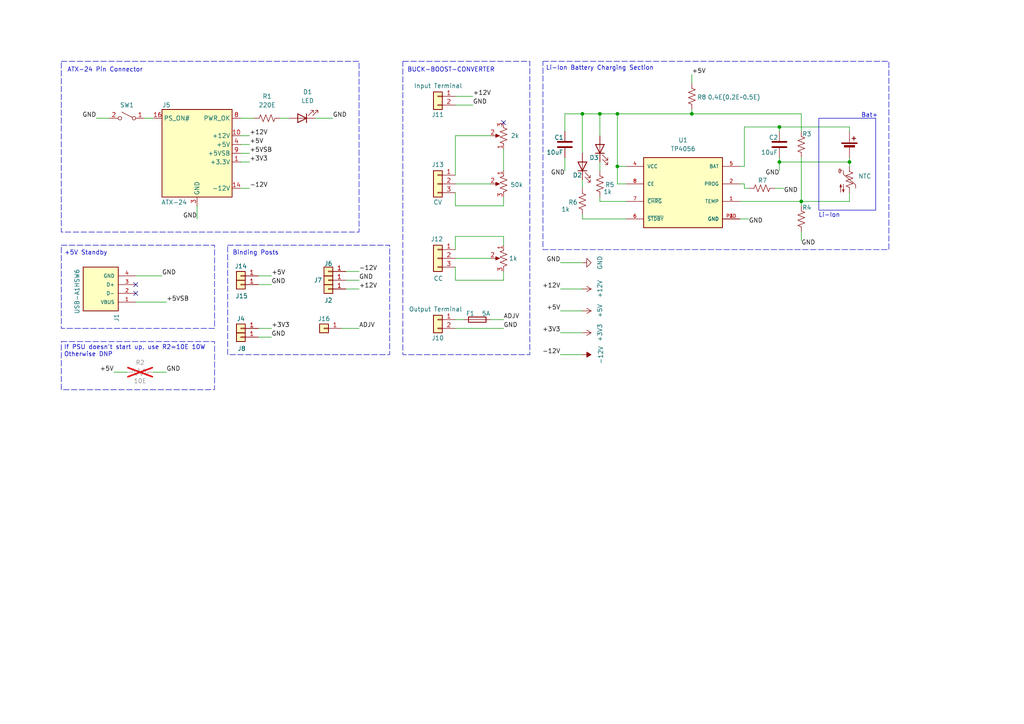
<source format=kicad_sch>
(kicad_sch (version 20231120) (generator "eeschema") (generator_version "8.0")
  (paper "A4")
  (title_block (title "Variable Bench Power Supply") (date "2025-01-20") (rev "v1.2.0") (company "Subru's & Co."))
  (lib_symbols
    (symbol "Connector:ATX-24"
      (property "Reference" "J" (at -8.89 13.97 0))
      (property "Value" "ATX-24" (at 6.35 13.97 0))
      (symbol "ATX-24_0_1"
        (rectangle (start -10.16 12.7) (end 10.16 -12.7) (stroke (width 0.254)) (fill (type background)))
      )
      (symbol "ATX-24_1_1"
        (pin power_out line (at 12.7 -2.54 180) (length 2.54) (name "+3.3V") (number "1"))
        (pin power_out line (at 12.7 5.08 180) (length 2.54) (name "+12V") (number "10"))
        (pin passive line (at 12.7 5.08 180) (length 2.54) hide (name "+12V") (number "11"))
        (pin passive line (at 12.7 -2.54 180) (length 2.54) hide (name "+3.3V") (number "12"))
        (pin passive line (at 12.7 -2.54 180) (length 2.54) hide (name "+3.3V") (number "13"))
        (pin power_out line (at 12.7 -10.16 180) (length 2.54) (name "-12V") (number "14"))
        (pin passive line (at 0 -15.24 90) (length 2.54) hide (name "GND") (number "15"))
        (pin open_collector line (at -12.7 10.16 0) (length 2.54) (name "PS_ON#") (number "16"))
        (pin passive line (at 0 -15.24 90) (length 2.54) hide (name "GND") (number "17"))
        (pin passive line (at 0 -15.24 90) (length 2.54) hide (name "GND") (number "18"))
        (pin passive line (at 0 -15.24 90) (length 2.54) hide (name "GND") (number "19"))
        (pin passive line (at 12.7 -2.54 180) (length 2.54) hide (name "+3.3V") (number "2"))
        (pin no_connect line (at -10.16 0 0) (length 2.54) hide (name "NC") (number "20"))
        (pin passive line (at 12.7 2.54 180) (length 2.54) hide (name "+5V") (number "21"))
        (pin passive line (at 12.7 2.54 180) (length 2.54) hide (name "+5V") (number "22"))
        (pin passive line (at 12.7 2.54 180) (length 2.54) hide (name "+5V") (number "23"))
        (pin passive line (at 0 -15.24 90) (length 2.54) hide (name "GND") (number "24"))
        (pin power_out line (at 0 -15.24 90) (length 2.54) (name "GND") (number "3"))
        (pin power_out line (at 12.7 2.54 180) (length 2.54) (name "+5V") (number "4"))
        (pin passive line (at 0 -15.24 90) (length 2.54) hide (name "GND") (number "5"))
        (pin passive line (at 12.7 2.54 180) (length 2.54) hide (name "+5V") (number "6"))
        (pin passive line (at 0 -15.24 90) (length 2.54) hide (name "GND") (number "7"))
        (pin output line (at 12.7 10.16 180) (length 2.54) (name "PWR_OK") (number "8"))
        (pin power_out line (at 12.7 0 180) (length 2.54) (name "+5VSB") (number "9"))
      )
    )
    (symbol "Connector_Generic:Conn_01x01" (pin_names (offset 1.016) hide)
      (property "Reference" "J" (at 0 2.54 0))
      (property "Value" "Conn_01x01" (at 0 -2.54 0))
      (symbol "Conn_01x01_1_1"
        (rectangle (start -1.27 0.127) (end 0 -0.127) (stroke (width 0.1524)))
        (rectangle (start -1.27 1.27) (end 1.27 -1.27) (stroke (width 0.254)) (fill (type background)))
        (pin passive line (at -5.08 0 0) (length 3.81) (name "Pin_1") (number "1"))
      )
    )
    (symbol "Connector_Generic:Conn_01x02" (pin_names (offset 1.016) hide)
      (property "Reference" "J" (at 0 2.54 0))
      (property "Value" "Conn_01x02" (at 0 -5.08 0))
      (symbol "Conn_01x02_1_1"
        (rectangle (start -1.27 -2.413) (end 0 -2.667) (stroke (width 0.1524)))
        (rectangle (start -1.27 0.127) (end 0 -0.127) (stroke (width 0.1524)))
        (rectangle (start -1.27 1.27) (end 1.27 -3.81) (stroke (width 0.254)) (fill (type background)))
        (pin passive line (at -5.08 0 0) (length 3.81) (name "Pin_1") (number "1"))
        (pin passive line (at -5.08 -2.54 0) (length 3.81) (name "Pin_2") (number "2"))
      )
    )
    (symbol "Connector_Generic:Conn_01x03" (pin_names (offset 1.016) hide)
      (property "Reference" "J" (at 0 5.08 0))
      (property "Value" "Conn_01x03" (at 0 -5.08 0))
      (symbol "Conn_01x03_1_1"
        (rectangle (start -1.27 -2.413) (end 0 -2.667) (stroke (width 0.1524)))
        (rectangle (start -1.27 0.127) (end 0 -0.127) (stroke (width 0.1524)))
        (rectangle (start -1.27 2.667) (end 0 2.413) (stroke (width 0.1524)))
        (rectangle (start -1.27 3.81) (end 1.27 -3.81) (stroke (width 0.254)) (fill (type background)))
        (pin passive line (at -5.08 2.54 0) (length 3.81) (name "Pin_1") (number "1"))
        (pin passive line (at -5.08 0 0) (length 3.81) (name "Pin_2") (number "2"))
        (pin passive line (at -5.08 -2.54 0) (length 3.81) (name "Pin_3") (number "3"))
      )
    )
    (symbol "Device:Battery_Cell" (pin_numbers hide) (pin_names (offset 0) hide)
      (property "Reference" "BT" (at 2.54 2.54 0))
      (property "Value" "Battery_Cell" (at 2.54 0 0))
      (symbol "Battery_Cell_0_1"
        (rectangle (start -2.286 1.778) (end 2.286 1.524) (fill (type outline)))
        (rectangle (start -1.524 1.016) (end 1.524 0.508) (fill (type outline)))
        (polyline (pts (xy 0 0.762) (xy 0 0)))
        (polyline (pts (xy 0 1.778) (xy 0 2.54)))
        (polyline (pts (xy 0.762 3.048) (xy 1.778 3.048)) (stroke (width 0.254)))
        (polyline (pts (xy 1.27 3.556) (xy 1.27 2.54)) (stroke (width 0.254)))
      )
      (symbol "Battery_Cell_1_1"
        (pin passive line (at 0 5.08 270) (length 2.54) (name "+") (number "1"))
        (pin passive line (at 0 -2.54 90) (length 2.54) (name "-") (number "2"))
      )
    )
    (symbol "Device:C" (pin_numbers hide) (pin_names (offset 0.254))
      (property "Reference" "C" (at 0.635 2.54 0))
      (property "Value" "C" (at 0.635 -2.54 0))
      (symbol "C_0_1"
        (polyline (pts (xy -2.032 -0.762) (xy 2.032 -0.762)) (stroke (width 0.508)))
        (polyline (pts (xy -2.032 0.762) (xy 2.032 0.762)) (stroke (width 0.508)))
      )
      (symbol "C_1_1"
        (pin passive line (at 0 3.81 270) (length 2.794) (name "~") (number "1"))
        (pin passive line (at 0 -3.81 90) (length 2.794) (name "~") (number "2"))
      )
    )
    (symbol "Device:Fuse" (pin_numbers hide) (pin_names (offset 0))
      (property "Reference" "F" (at 2.032 0 90))
      (property "Value" "Fuse" (at -1.905 0 90))
      (symbol "Fuse_0_1"
        (rectangle (start -0.762 -2.54) (end 0.762 2.54) (stroke (width 0.254)))
        (polyline (pts (xy 0 2.54) (xy 0 -2.54)))
      )
      (symbol "Fuse_1_1"
        (pin passive line (at 0 3.81 270) (length 1.27) (name "~") (number "1"))
        (pin passive line (at 0 -3.81 90) (length 1.27) (name "~") (number "2"))
      )
    )
    (symbol "Device:LED" (pin_numbers hide) (pin_names (offset 1.016) hide)
      (property "Reference" "D" (at 0 2.54 0))
      (property "Value" "LED" (at 0 -2.54 0))
      (symbol "LED_0_1"
        (polyline (pts (xy -1.27 -1.27) (xy -1.27 1.27)) (stroke (width 0.254)))
        (polyline (pts (xy -1.27 0) (xy 1.27 0)))
        (polyline (pts (xy 1.27 -1.27) (xy 1.27 1.27) (xy -1.27 0) (xy 1.27 -1.27)) (stroke (width 0.254)))
        (polyline (pts (xy -3.048 -0.762) (xy -4.572 -2.286) (xy -3.81 -2.286) (xy -4.572 -2.286) (xy -4.572 -1.524)))
        (polyline (pts (xy -1.778 -0.762) (xy -3.302 -2.286) (xy -2.54 -2.286) (xy -3.302 -2.286) (xy -3.302 -1.524)))
      )
      (symbol "LED_1_1"
        (pin passive line (at -3.81 0 0) (length 2.54) (name "K") (number "1"))
        (pin passive line (at 3.81 0 180) (length 2.54) (name "A") (number "2"))
      )
    )
    (symbol "Device:R_Potentiometer_US" (pin_names (offset 1.016) hide)
      (property "Reference" "RV" (at -4.445 0 90))
      (property "Value" "R_Potentiometer_US" (at -2.54 0 90))
      (symbol "R_Potentiometer_US_0_1"
        (polyline (pts (xy 0 -2.286) (xy 0 -2.54)))
        (polyline (pts (xy 0 2.54) (xy 0 2.286)))
        (polyline (pts (xy 2.54 0) (xy 1.524 0)))
        (polyline (pts (xy 1.143 0) (xy 2.286 0.508) (xy 2.286 -0.508) (xy 1.143 0)) (fill (type outline)))
        (polyline (pts (xy 0 -0.762) (xy 1.016 -1.143) (xy 0 -1.524) (xy -1.016 -1.905) (xy 0 -2.286)))
        (polyline (pts (xy 0 0.762) (xy 1.016 0.381) (xy 0 0) (xy -1.016 -0.381) (xy 0 -0.762)))
        (polyline (pts (xy 0 2.286) (xy 1.016 1.905) (xy 0 1.524) (xy -1.016 1.143) (xy 0 0.762)))
      )
      (symbol "R_Potentiometer_US_1_1"
        (pin passive line (at 0 3.81 270) (length 1.27) (name "1") (number "1"))
        (pin passive line (at 3.81 0 180) (length 1.27) (name "2") (number "2"))
        (pin passive line (at 0 -3.81 90) (length 1.27) (name "3") (number "3"))
      )
    )
    (symbol "Device:R_US" (pin_numbers hide) (pin_names (offset 0))
      (property "Reference" "R" (at 2.54 0 90))
      (property "Value" "R_US" (at -2.54 0 90))
      (symbol "R_US_0_1"
        (polyline (pts (xy 0 -2.286) (xy 0 -2.54)))
        (polyline (pts (xy 0 2.286) (xy 0 2.54)))
        (polyline (pts (xy 0 -0.762) (xy 1.016 -1.143) (xy 0 -1.524) (xy -1.016 -1.905) (xy 0 -2.286)))
        (polyline (pts (xy 0 0.762) (xy 1.016 0.381) (xy 0 0) (xy -1.016 -0.381) (xy 0 -0.762)))
        (polyline (pts (xy 0 2.286) (xy 1.016 1.905) (xy 0 1.524) (xy -1.016 1.143) (xy 0 0.762)))
      )
      (symbol "R_US_1_1"
        (pin passive line (at 0 3.81 270) (length 1.27) (name "~") (number "1"))
        (pin passive line (at 0 -3.81 90) (length 1.27) (name "~") (number "2"))
      )
    )
    (symbol "Device:Thermistor_NTC_US" (pin_numbers hide) (pin_names (offset 0))
      (property "Reference" "TH" (at -4.445 0 90))
      (property "Value" "Thermistor_NTC_US" (at 3.175 0 90))
      (symbol "Thermistor_NTC_US_0_1"
        (arc (start -3.048 2.159) (mid -3.0495 2.3143) (end -3.175 2.413))
        (arc (start -3.048 2.159) (mid -2.9736 1.9794) (end -2.794 1.905))
        (arc (start -3.048 2.794) (mid -2.9736 2.6144) (end -2.794 2.54))
        (arc (start -2.794 1.905) (mid -2.6144 1.9794) (end -2.54 2.159))
        (arc (start -2.794 2.54) (mid -2.4393 2.5587) (end -2.159 2.794))
        (arc (start -2.794 3.048) (mid -2.9736 2.9736) (end -3.048 2.794))
        (arc (start -2.54 2.794) (mid -2.6144 2.9736) (end -2.794 3.048))
        (polyline (pts (xy -2.54 2.159) (xy -2.54 2.794)))
        (polyline (pts (xy 0 -2.286) (xy 0 -2.54)))
        (polyline (pts (xy 0 2.286) (xy 0 2.54)))
        (polyline (pts (xy -1.778 2.54) (xy -1.778 1.524) (xy 1.778 -1.524) (xy 1.778 -2.54)))
        (polyline (pts (xy 0 -0.762) (xy 1.016 -1.143) (xy 0 -1.524) (xy -1.016 -1.905) (xy 0 -2.286)))
        (polyline (pts (xy 0 0.762) (xy 1.016 0.381) (xy 0 0) (xy -1.016 -0.381) (xy 0 -0.762)))
        (polyline (pts (xy 0 2.286) (xy 1.016 1.905) (xy 0 1.524) (xy -1.016 1.143) (xy 0 0.762)))
        (polyline (pts (xy -2.54 -3.683) (xy -2.54 -1.397) (xy -2.794 -2.159) (xy -2.286 -2.159) (xy -2.54 -1.397) (xy -2.54 -1.651)) (fill (type outline)))
        (polyline (pts (xy -1.778 -1.397) (xy -1.778 -3.683) (xy -2.032 -2.921) (xy -1.524 -2.921) (xy -1.778 -3.683) (xy -1.778 -3.429)) (fill (type outline)))
      )
      (symbol "Thermistor_NTC_US_1_1"
        (pin passive line (at 0 3.81 270) (length 1.27) (name "~") (number "1"))
        (pin passive line (at 0 -3.81 90) (length 1.27) (name "~") (number "2"))
      )
    )
    (symbol "Switch:SW_SPST" (pin_names (offset 0) hide)
      (property "Reference" "SW" (at 0 3.175 0))
      (property "Value" "SW_SPST" (at 0 -2.54 0))
      (symbol "SW_SPST_0_0"
        (circle (center -2.032 0) (radius 0.508))
        (polyline (pts (xy -1.524 0.254) (xy 1.524 1.778)))
        (circle (center 2.032 0) (radius 0.508))
      )
      (symbol "SW_SPST_1_1"
        (pin passive line (at -5.08 0 0) (length 2.54) (name "A") (number "1"))
        (pin passive line (at 5.08 0 180) (length 2.54) (name "B") (number "2"))
      )
    )
    (symbol "TP4056:TP4056" (pin_names (offset 1.016))
      (property "Reference" "U" (at 0 0 0))
      (property "Value" "TP4056" (at 0 0 0))
      (symbol "TP4056_0_0"
        (rectangle (start -12.7 -10.16) (end 10.16 10.16) (stroke (width 0.254)) (fill (type background)))
        (pin bidirectional line (at 15.24 -2.54 180) (length 5.08) (name "TEMP") (number "1"))
        (pin bidirectional line (at 15.24 2.54 180) (length 5.08) (name "PROG") (number "2"))
        (pin bidirectional line (at 15.24 -7.62 180) (length 5.08) (name "GND") (number "3"))
        (pin bidirectional line (at -17.78 7.62 0) (length 5.08) (name "VCC") (number "4"))
        (pin bidirectional line (at 15.24 7.62 180) (length 5.08) (name "BAT") (number "5"))
        (pin bidirectional line (at -17.78 -7.62 0) (length 5.08) (name "~{STDBY}") (number "6"))
        (pin bidirectional line (at -17.78 -2.54 0) (length 5.08) (name "~{CHRG}") (number "7"))
        (pin bidirectional line (at -17.78 2.54 0) (length 5.08) (name "CE") (number "8"))
        (pin bidirectional line (at 15.24 -7.62 180) (length 5.08) (name "GND") (number "PAD"))
      )
    )
    (symbol "USB-A1HSW6:USB-A1HSW6" (pin_names (offset 1.016))
      (property "Reference" "J" (at -5.0818 8.898 0))
      (property "Value" "USB-A1HSW6" (at -5.0836 -7.6344 0))
      (symbol "USB-A1HSW6_0_0"
        (rectangle (start -5.08 -5.08) (end 5.08 7.62) (stroke (width 0.254)) (fill (type background)))
        (pin power_in line (at -10.16 5.08 0) (length 5.08) (name "VBUS") (number "1"))
        (pin bidirectional line (at -10.16 2.54 0) (length 5.08) (name "D-") (number "2"))
        (pin bidirectional line (at -10.16 0 0) (length 5.08) (name "D+") (number "3"))
        (pin power_in line (at -10.16 -2.54 0) (length 5.08) (name "GND") (number "4"))
      )
    )
    (symbol "power:+12V" (power) (pin_numbers hide) (pin_names (offset 0) hide)
      (property "Value" "+12V" (at 0 3.556 0))
      (symbol "+12V_0_1"
        (polyline (pts (xy -0.762 1.27) (xy 0 2.54)))
        (polyline (pts (xy 0 0) (xy 0 2.54)))
        (polyline (pts (xy 0 2.54) (xy 0.762 1.27)))
      )
      (symbol "+12V_1_1"
        (pin power_in line (at 0 0 90) (length 0) (name "~") (number "1"))
      )
    )
    (symbol "power:+3V3" (power) (pin_numbers hide) (pin_names (offset 0) hide)
      (property "Value" "+3V3" (at 0 3.556 0))
      (symbol "+3V3_0_1"
        (polyline (pts (xy -0.762 1.27) (xy 0 2.54)))
        (polyline (pts (xy 0 0) (xy 0 2.54)))
        (polyline (pts (xy 0 2.54) (xy 0.762 1.27)))
      )
      (symbol "+3V3_1_1"
        (pin power_in line (at 0 0 90) (length 0) (name "~") (number "1"))
      )
    )
    (symbol "power:+5V" (power) (pin_numbers hide) (pin_names (offset 0) hide)
      (property "Value" "+5V" (at 0 3.556 0))
      (symbol "+5V_0_1"
        (polyline (pts (xy -0.762 1.27) (xy 0 2.54)))
        (polyline (pts (xy 0 0) (xy 0 2.54)))
        (polyline (pts (xy 0 2.54) (xy 0.762 1.27)))
      )
      (symbol "+5V_1_1"
        (pin power_in line (at 0 0 90) (length 0) (name "~") (number "1"))
      )
    )
    (symbol "power:-12V" (power) (pin_numbers hide) (pin_names (offset 0) hide)
      (property "Value" "-12V" (at 0 3.556 0))
      (symbol "-12V_0_0"
        (pin power_in line (at 0 0 90) (length 0) (name "~") (number "1"))
      )
      (symbol "-12V_0_1"
        (polyline (pts (xy 0 0) (xy 0 1.27) (xy 0.762 1.27) (xy 0 2.54) (xy -0.762 1.27) (xy 0 1.27)) (fill (type outline)))
      )
    )
    (symbol "power:GND" (power) (pin_numbers hide) (pin_names (offset 0) hide)
      (property "Value" "GND" (at 0 -3.81 0))
      (symbol "GND_0_1"
        (polyline (pts (xy 0 0) (xy 0 -1.27) (xy 1.27 -1.27) (xy 0 -2.54) (xy -1.27 -1.27) (xy 0 -1.27)))
      )
      (symbol "GND_1_1"
        (pin power_in line (at 0 0 270) (length 0) (name "~") (number "1"))
      )
    )
  )
  (junction (at 226.06 36.83))
  (junction (at 226.06 46.99))
  (junction (at 200.66 33.02))
  (junction (at 246.38 46.99))
  (junction (at 232.41 58.42))
  (junction (at 168.91 33.02))
  (junction (at 179.07 33.02))
  (junction (at 179.07 48.26))
  (junction (at 173.99 33.02))
  (no_connect (at 39.37 85.09))
  (no_connect (at 39.37 82.55))
  (no_connect (at 146.05 35.56))
  (wire (pts (xy 215.9 36.83) (xy 215.9 48.26)))
  (wire (pts (xy 232.41 58.42) (xy 246.38 58.42)))
  (wire (pts (xy 232.41 67.31) (xy 232.41 69.85)))
  (wire (pts (xy 146.05 81.28) (xy 146.05 78.74)))
  (wire (pts (xy 200.66 33.02) (xy 179.07 33.02)))
  (wire (pts (xy 246.38 36.83) (xy 246.38 38.1)))
  (wire (pts (xy 226.06 49.53) (xy 226.06 46.99)))
  (wire (pts (xy 132.08 50.8) (xy 132.08 39.37)))
  (wire (pts (xy 91.44 34.29) (xy 96.52 34.29)))
  (wire (pts (xy 179.07 53.34) (xy 179.07 48.26)))
  (wire (pts (xy 146.05 68.58) (xy 146.05 71.12)))
  (wire (pts (xy 132.08 95.25) (xy 146.05 95.25)))
  (wire (pts (xy 200.66 33.02) (xy 200.66 31.75)))
  (wire (pts (xy 179.07 48.26) (xy 179.07 33.02)))
  (wire (pts (xy 173.99 33.02) (xy 173.99 39.37)))
  (wire (pts (xy 99.06 95.25) (xy 104.14 95.25)))
  (wire (pts (xy 132.08 92.71) (xy 134.62 92.71)))
  (wire (pts (xy 137.16 27.94) (xy 132.08 27.94)))
  (wire (pts (xy 132.08 39.37) (xy 142.24 39.37)))
  (wire (pts (xy 132.08 55.88) (xy 132.08 59.69)))
  (wire (pts (xy 132.08 77.47) (xy 132.08 81.28)))
  (wire (pts (xy 226.06 46.99) (xy 226.06 45.72)))
  (wire (pts (xy 132.08 72.39) (xy 132.08 68.58)))
  (wire (pts (xy 246.38 36.83) (xy 226.06 36.83)))
  (wire (pts (xy 226.06 36.83) (xy 226.06 38.1)))
  (wire (pts (xy 181.61 48.26) (xy 179.07 48.26)))
  (wire (pts (xy 100.33 81.28) (xy 104.14 81.28)))
  (wire (pts (xy 137.16 30.48) (xy 132.08 30.48)))
  (wire (pts (xy 215.9 53.34) (xy 214.63 53.34)))
  (wire (pts (xy 74.93 97.79) (xy 78.74 97.79)))
  (wire (pts (xy 232.41 33.02) (xy 232.41 38.1)))
  (wire (pts (xy 69.85 39.37) (xy 72.39 39.37)))
  (wire (pts (xy 232.41 45.72) (xy 232.41 58.42)))
  (wire (pts (xy 162.56 96.52) (xy 168.91 96.52)))
  (wire (pts (xy 162.56 90.17) (xy 168.91 90.17)))
  (wire (pts (xy 69.85 46.99) (xy 72.39 46.99)))
  (wire (pts (xy 146.05 49.53) (xy 146.05 43.18)))
  (wire (pts (xy 215.9 48.26) (xy 214.63 48.26)))
  (wire (pts (xy 39.37 80.01) (xy 46.99 80.01)))
  (wire (pts (xy 44.45 107.95) (xy 48.26 107.95)))
  (wire (pts (xy 69.85 41.91) (xy 72.39 41.91)))
  (wire (pts (xy 142.24 92.71) (xy 146.05 92.71)))
  (wire (pts (xy 168.91 33.02) (xy 168.91 44.45)))
  (wire (pts (xy 232.41 58.42) (xy 232.41 59.69)))
  (wire (pts (xy 74.93 95.25) (xy 78.74 95.25)))
  (wire (pts (xy 69.85 54.61) (xy 72.39 54.61)))
  (wire (pts (xy 224.79 54.61) (xy 227.33 54.61)))
  (wire (pts (xy 173.99 57.15) (xy 173.99 58.42)))
  (wire (pts (xy 100.33 83.82) (xy 104.14 83.82)))
  (wire (pts (xy 132.08 59.69) (xy 146.05 59.69)))
  (wire (pts (xy 181.61 53.34) (xy 179.07 53.34)))
  (wire (pts (xy 132.08 68.58) (xy 146.05 68.58)))
  (wire (pts (xy 132.08 74.93) (xy 142.24 74.93)))
  (wire (pts (xy 214.63 63.5) (xy 217.17 63.5)))
  (wire (pts (xy 215.9 54.61) (xy 217.17 54.61)))
  (wire (pts (xy 33.02 107.95) (xy 36.83 107.95)))
  (wire (pts (xy 74.93 82.55) (xy 78.74 82.55)))
  (wire (pts (xy 27.94 34.29) (xy 31.75 34.29)))
  (wire (pts (xy 41.91 34.29) (xy 44.45 34.29)))
  (wire (pts (xy 162.56 102.87) (xy 168.91 102.87)))
  (wire (pts (xy 81.28 34.29) (xy 83.82 34.29)))
  (wire (pts (xy 146.05 59.69) (xy 146.05 57.15)))
  (wire (pts (xy 246.38 46.99) (xy 246.38 48.26)))
  (wire (pts (xy 162.56 76.2) (xy 168.91 76.2)))
  (wire (pts (xy 168.91 62.23) (xy 168.91 63.5)))
  (wire (pts (xy 168.91 33.02) (xy 173.99 33.02)))
  (wire (pts (xy 74.93 80.01) (xy 78.74 80.01)))
  (wire (pts (xy 162.56 83.82) (xy 168.91 83.82)))
  (wire (pts (xy 69.85 34.29) (xy 73.66 34.29)))
  (wire (pts (xy 57.15 59.69) (xy 57.15 63.5)))
  (wire (pts (xy 173.99 46.99) (xy 173.99 49.53)))
  (wire (pts (xy 214.63 58.42) (xy 232.41 58.42)))
  (wire (pts (xy 215.9 54.61) (xy 215.9 53.34)))
  (wire (pts (xy 163.83 38.1) (xy 163.83 33.02)))
  (wire (pts (xy 200.66 21.59) (xy 200.66 24.13)))
  (wire (pts (xy 226.06 36.83) (xy 215.9 36.83)))
  (wire (pts (xy 246.38 46.99) (xy 246.38 45.72)))
  (wire (pts (xy 163.83 33.02) (xy 168.91 33.02)))
  (wire (pts (xy 100.33 78.74) (xy 104.14 78.74)))
  (wire (pts (xy 173.99 33.02) (xy 179.07 33.02)))
  (wire (pts (xy 226.06 46.99) (xy 246.38 46.99)))
  (wire (pts (xy 132.08 81.28) (xy 146.05 81.28)))
  (wire (pts (xy 48.26 87.63) (xy 39.37 87.63)))
  (wire (pts (xy 69.85 44.45) (xy 72.39 44.45)))
  (wire (pts (xy 168.91 63.5) (xy 181.61 63.5)))
  (wire (pts (xy 163.83 45.72) (xy 163.83 49.53)))
  (wire (pts (xy 232.41 33.02) (xy 200.66 33.02)))
  (wire (pts (xy 168.91 52.07) (xy 168.91 54.61)))
  (wire (pts (xy 132.08 53.34) (xy 142.24 53.34)))
  (wire (pts (xy 246.38 58.42) (xy 246.38 55.88)))
  (wire (pts (xy 173.99 58.42) (xy 181.61 58.42)))
  (rectangle (start 237.49 34.29) (end 254 60.96))
  (rectangle (start 17.78 17.78) (end 104.14 67.31) (stroke (width 0) (type dash)))
  (rectangle (start 17.78 71.12) (end 62.23 95.25) (stroke (width 0) (type dash)))
  (rectangle (start 17.78 99.06) (end 62.23 113.03) (stroke (width 0) (type dash)))
  (rectangle (start 116.84 17.78) (end 153.67 102.87) (stroke (width 0) (type dash)))
  (rectangle (start 66.04 71.12) (end 113.03 102.87) (stroke (width 0) (type dash)))
  (rectangle (start 157.48 17.78) (end 257.81 72.39) (stroke (width 0) (type dash)))
  (text "Binding Posts" (at 74.168 73.406 0) (effects (font (size 1.27 1.27))))
  (text "If PSU doesn't start up, use R2=10E 10W\nOtherwise DNP" (at 18.542 101.854 0) (effects (font (size 1.27 1.27)) (justify left)))
  (text "Bat+" (at 252.222 33.528 0) (effects (font (size 1.27 1.27))))
  (text "BUCK-BOOST-CONVERTER" (at 130.81 20.32 0) (effects (font (size 1.27 1.27))))
  (text "Li-Ion Battery Charging Section" (at 173.99 19.812 0) (effects (font (size 1.27 1.27))))
  (text "+5V Standby" (at 24.892 73.406 0) (effects (font (size 1.27 1.27))))
  (text "Li-Ion" (at 240.538 62.484 0) (effects (font (size 1.27 1.27))))
  (text "ATX-24 Pin Connector" (at 30.48 20.32 0) (effects (font (size 1.27 1.27))))
  (label "GND" (at 96.52 34.29 0))
  (label "-12V" (at 162.56 102.87 180))
  (label "GND" (at 227.33 54.61 0))
  (label "GND" (at 226.06 49.53 180))
  (label "GND" (at 78.74 97.79 0))
  (label "GND" (at 27.94 34.29 180))
  (label "+3V3" (at 162.56 96.52 180))
  (label "+5V" (at 200.66 21.59 0))
  (label "GND" (at 57.15 63.5 180))
  (label "GND" (at 232.41 69.85 0))
  (label "+12V" (at 104.14 83.82 0))
  (label "+5V" (at 162.56 90.17 180))
  (label "GND" (at 48.26 107.95 0))
  (label "GND" (at 217.17 63.5 0))
  (label "+3V3" (at 72.39 46.99 0))
  (label "+12V" (at 72.39 39.37 0))
  (label "+12V" (at 162.56 83.82 180))
  (label "GND" (at 46.99 80.01 0))
  (label "ADJV" (at 146.05 92.71 0))
  (label "GND" (at 78.74 82.55 0))
  (label "+5V" (at 72.39 41.91 0))
  (label "GND" (at 104.14 81.28 0))
  (label "GND" (at 163.83 49.53 180))
  (label "GND" (at 137.16 30.48 0))
  (label "+5V" (at 78.74 80.01 0))
  (label "ADJV" (at 104.14 95.25 0))
  (label "+5VSB" (at 48.26 87.63 0))
  (label "-12V" (at 72.39 54.61 0))
  (label "+3V3" (at 78.74 95.25 0))
  (label "GND" (at 162.56 76.2 180))
  (label "GND" (at 146.05 95.25 0))
  (label "-12V" (at 104.14 78.74 0))
  (label "+12V" (at 137.16 27.94 0))
  (label "+5VSB" (at 72.39 44.45 0))
  (label "+5V" (at 33.02 107.95 180))
  (symbol (lib_id "Device:R_Potentiometer_US") (at 146.05 39.37 180) (unit 1)
    (property "Reference" "RV2" (effects (hide yes)))
    (property "Value" "2k" (at 149.352 39.37 0))
    (property "Description" "Potentiometer, US symbol" (effects (hide yes)))
  )
  (symbol (lib_id "Device:LED") (at 87.63 34.29 180) (unit 1)
    (property "Reference" "D1" (at 89.2175 26.67 0))
    (property "Value" "LED" (at 89.2175 29.21 0))
    (property "Description" "Light emitting diode" (effects (hide yes)))
  )
  (symbol (lib_id "Device:Thermistor_NTC_US") (at 246.38 52.07 0) (unit 1)
    (property "Reference" "NTC" (at 248.92 51.1174 0) (effects (justify left)))
    (property "Value" "Thermistor_NTC_US" (effects (hide yes)))
    (property "Description" "Temperature dependent resistor, negative temperature coefficient, US symbol" (effects (hide yes)))
  )
  (symbol (lib_id "Device:C") (at 226.06 41.91 0) (unit 1)
    (property "Reference" "C2" (at 223.012 39.878 0) (effects (justify left)))
    (property "Value" "10uF" (at 220.726 44.196 0) (effects (justify left)))
    (property "Description" "Unpolarized capacitor" (effects (hide yes)))
  )
  (symbol (lib_id "power:+5V") (at 168.91 90.17 270) (unit 1)
    (property "Reference" "#PWR02" (effects (hide yes)))
    (property "Value" "+5V" (at 173.99 90.17 0))
    (property "Description" "Power symbol creates a global label with name \"+5V\"" (effects (hide yes)))
  )
  (symbol (lib_id "Connector_Generic:Conn_01x02") (at 127 92.71 0) (mirror y) (unit 1)
    (property "Reference" "J10" (at 128.778 98.044 0) (effects (justify left)))
    (property "Value" "Output Terminal" (at 134.112 89.662 0) (effects (justify left)))
    (property "Description" "Generic connector, single row, 01x02, script generated (kicad-library-utils/schlib/autogen/connector/)" (effects (hide yes)))
  )
  (symbol (lib_id "Connector_Generic:Conn_01x01") (at 95.25 78.74 180) (unit 1)
    (property "Reference" "J6" (at 95.25 76.454 0))
    (property "Value" "Conn_01x01" (effects (hide yes)))
    (property "Description" "Generic connector, single row, 01x01, script generated (kicad-library-utils/schlib/autogen/connector/)" (effects (hide yes)))
  )
  (symbol (lib_id "Connector_Generic:Conn_01x01") (at 95.25 83.82 180) (unit 1)
    (property "Reference" "J2" (at 95.25 87.122 0))
    (property "Value" "Conn_01x01" (effects (hide yes)))
    (property "Description" "Generic connector, single row, 01x01, script generated (kicad-library-utils/schlib/autogen/connector/)" (effects (hide yes)))
  )
  (symbol (lib_id "Connector_Generic:Conn_01x02") (at 127 27.94 0) (mirror y) (unit 1)
    (property "Reference" "J11" (at 128.778 33.274 0) (effects (justify left)))
    (property "Value" "Input Terminal" (at 134.112 24.892 0) (effects (justify left)))
    (property "Description" "Generic connector, single row, 01x02, script generated (kicad-library-utils/schlib/autogen/connector/)" (effects (hide yes)))
  )
  (symbol (lib_id "Device:R_US") (at 77.47 34.29 90) (unit 1)
    (property "Reference" "R1" (at 77.47 27.94 90))
    (property "Value" "220E" (at 77.47 30.48 90))
    (property "Description" "Resistor, US symbol" (effects (hide yes)))
  )
  (symbol (lib_id "Device:R_US") (at 40.64 107.95 270) (unit 1) (dnp yes)
    (property "Reference" "R2" (at 40.64 105.156 90))
    (property "Value" "10E" (at 40.64 110.49 90))
    (property "Description" "Resistor, US symbol" (effects (hide yes)))
  )
  (symbol (lib_id "Connector_Generic:Conn_01x01") (at 69.85 82.55 180) (unit 1)
    (property "Reference" "J15" (at 70.104 85.852 0))
    (property "Value" "Conn_01x01" (effects (hide yes)))
    (property "Description" "Generic connector, single row, 01x01, script generated (kicad-library-utils/schlib/autogen/connector/)" (effects (hide yes)))
  )
  (symbol (lib_id "Device:R_Potentiometer_US") (at 146.05 53.34 0) (mirror y) (unit 1)
    (property "Reference" "RV1" (effects (hide yes)))
    (property "Value" "50k" (at 149.86 53.594 0))
    (property "Description" "Potentiometer, US symbol" (effects (hide yes)))
  )
  (symbol (lib_id "Device:Battery_Cell") (at 246.38 43.18 0) (unit 1)
    (property "Reference" "BT1" (effects (hide yes)))
    (property "Value" "Battery_Cell" (effects (hide yes)))
    (property "Description" "Single-cell battery" (effects (hide yes)))
  )
  (symbol (lib_id "TP4056:TP4056") (at 199.39 55.88 0) (unit 1)
    (property "Reference" "U1" (at 198.12 40.64 0))
    (property "Value" "TP4056" (at 198.12 43.18 0))
    (property "Footprint" "TP4056:SO08-PAD-300" (effects (hide yes)))
    (property "MF" "Texas Instruments" (effects (hide yes)))
    (property "Description_1" "\n                        \n                            Charger Li-Ion Article 1A protection, module with IO TP4056 (micro USB)\n                        \n" (effects (hide yes)))
    (property "Package" "None" (effects (hide yes)))
    (property "Price" "None" (effects (hide yes)))
    (property "SnapEDA_Link" "https://www.snapeda.com/parts/TP4056/Texas+Instruments/view-part/?ref=snap" (effects (hide yes)))
    (property "MP" "TP4056" (effects (hide yes)))
    (property "Availability" "Not in stock" (effects (hide yes)))
    (property "Check_prices" "https://www.snapeda.com/parts/TP4056/Texas+Instruments/view-part/?ref=eda" (effects (hide yes)))
  )
  (symbol (lib_id "Device:R_Potentiometer_US") (at 146.05 74.93 0) (mirror y) (unit 1)
    (property "Reference" "RV3" (effects (hide yes)))
    (property "Value" "1k" (at 148.844 74.93 0))
    (property "Description" "Potentiometer, US symbol" (effects (hide yes)))
  )
  (symbol (lib_id "Switch:SW_SPST") (at 36.83 34.29 0) (mirror y) (unit 1)
    (property "Reference" "SW1" (at 36.83 30.48 0))
    (property "Value" "SW_SPST" (effects (hide yes)))
    (property "Description" "Single Pole Single Throw (SPST) switch" (effects (hide yes)))
  )
  (symbol (lib_id "Device:R_US") (at 220.98 54.61 270) (unit 1)
    (property "Reference" "R7" (at 222.504 52.324 90) (effects (justify right)))
    (property "Value" "220E" (effects (hide yes)))
    (property "Description" "Resistor, US symbol" (effects (hide yes)))
  )
  (symbol (lib_id "Device:LED") (at 173.99 43.18 90) (unit 1)
    (property "Reference" "D3" (at 170.942 45.72 90) (effects (justify right)))
    (property "Value" "LED" (effects (hide yes)))
    (property "Description" "Light emitting diode" (effects (hide yes)))
  )
  (symbol (lib_id "power:-12V") (at 168.91 102.87 270) (unit 1)
    (property "Reference" "#PWR05" (effects (hide yes)))
    (property "Value" "-12V" (at 174.244 100.33 0) (effects (justify left)))
    (property "Description" "Power symbol creates a global label with name \"-12V\"" (effects (hide yes)))
  )
  (symbol (lib_id "Connector_Generic:Conn_01x01") (at 93.98 95.25 180) (unit 1)
    (property "Reference" "J16" (at 93.98 92.456 0))
    (property "Value" "Conn_01x01" (effects (hide yes)))
    (property "Description" "Generic connector, single row, 01x01, script generated (kicad-library-utils/schlib/autogen/connector/)" (effects (hide yes)))
  )
  (symbol (lib_id "Device:R_US") (at 200.66 27.94 180) (unit 1)
    (property "Reference" "R8" (at 202.184 28.194 0) (effects (justify right)))
    (property "Value" "0.4E(0.2E~0.5E)" (at 205.232 28.194 0) (effects (justify right)))
    (property "Description" "Resistor, US symbol" (effects (hide yes)))
  )
  (symbol (lib_id "Device:C") (at 163.83 41.91 0) (unit 1)
    (property "Reference" "C1" (at 160.782 39.878 0) (effects (justify left)))
    (property "Value" "10uF" (at 158.496 44.196 0) (effects (justify left)))
    (property "Description" "Unpolarized capacitor" (effects (hide yes)))
  )
  (symbol (lib_id "Connector_Generic:Conn_01x01") (at 69.85 97.79 180) (unit 1)
    (property "Reference" "J8" (at 70.104 101.092 0))
    (property "Value" "Conn_01x01" (effects (hide yes)))
    (property "Description" "Generic connector, single row, 01x01, script generated (kicad-library-utils/schlib/autogen/connector/)" (effects (hide yes)))
  )
  (symbol (lib_id "Connector_Generic:Conn_01x01") (at 69.85 95.25 180) (unit 1)
    (property "Reference" "J4" (at 69.85 92.456 0))
    (property "Value" "Conn_01x01" (effects (hide yes)))
    (property "Description" "Generic connector, single row, 01x01, script generated (kicad-library-utils/schlib/autogen/connector/)" (effects (hide yes)))
  )
  (symbol (lib_id "Connector:ATX-24") (at 57.15 44.45 0) (unit 1)
    (property "Reference" "J5" (at 48.26 30.48 0))
    (property "Value" "ATX-24" (at 50.546 58.674 0))
    (property "Datasheet" "https://www.intel.com/content/dam/www/public/us/en/documents/guides/power-supply-design-guide-june.pdf#page=33" (effects (hide yes)))
    (property "Description" "ATX Power supply 24pins" (effects (hide yes)))
  )
  (symbol (lib_id "Device:Fuse") (at 138.43 92.71 90) (unit 1)
    (property "Reference" "F1" (at 136.398 90.932 90))
    (property "Value" "5A" (at 140.97 90.932 90))
    (property "Description" "Fuse" (effects (hide yes)))
  )
  (symbol (lib_id "USB-A1HSW6:USB-A1HSW6") (at 29.21 82.55 180) (unit 1)
    (property "Reference" "J1" (at 33.782 90.932 90) (effects (justify left)))
    (property "Value" "USB-A1HSW6" (at 22.352 77.978 90) (effects (justify left)))
    (property "Footprint" "USB-A1HSW6:OST_USB-A1HSW6" (effects (hide yes)))
    (property "MF" "On Shore" (effects (hide yes)))
    (property "MAXIMUM_PACKAGE_HEIGHT" "7.1 mm" (effects (hide yes)))
    (property "Package" "None" (effects (hide yes)))
    (property "Price" "None" (effects (hide yes)))
    (property "Check_prices" "https://www.snapeda.com/parts/USB-A1HSW6/ON/view-part/?ref=eda" (effects (hide yes)))
    (property "STANDARD" "Manufacturer Recommendations" (effects (hide yes)))
    (property "PARTREV" "A" (effects (hide yes)))
    (property "SnapEDA_Link" "https://www.snapeda.com/parts/USB-A1HSW6/ON/view-part/?ref=snap" (effects (hide yes)))
    (property "MP" "USB-A1HSW6" (effects (hide yes)))
    (property "Description_1" "\n                        \n                            USB-A (USB TYPE-A) - Receptacle Connector 4 Position Through Hole, Right Angle\n                        \n" (effects (hide yes)))
    (property "Availability" "In Stock" (effects (hide yes)))
    (property "MANUFACTURER" "On Shore" (effects (hide yes)))
  )
  (symbol (lib_id "Connector_Generic:Conn_01x01") (at 95.25 81.28 180) (unit 1)
    (property "Reference" "J7" (at 92.202 81.28 0))
    (property "Value" "Conn_01x01" (effects (hide yes)))
    (property "Description" "Generic connector, single row, 01x01, script generated (kicad-library-utils/schlib/autogen/connector/)" (effects (hide yes)))
  )
  (symbol (lib_id "Connector_Generic:Conn_01x01") (at 69.85 80.01 180) (unit 1)
    (property "Reference" "J14" (at 69.85 77.216 0))
    (property "Value" "Conn_01x01" (effects (hide yes)))
    (property "Description" "Generic connector, single row, 01x01, script generated (kicad-library-utils/schlib/autogen/connector/)" (effects (hide yes)))
  )
  (symbol (lib_id "power:+3V3") (at 168.91 96.52 270) (unit 1)
    (property "Reference" "#PWR01" (effects (hide yes)))
    (property "Value" "+3V3" (at 173.99 96.52 0))
    (property "Description" "Power symbol creates a global label with name \"+3V3\"" (effects (hide yes)))
  )
  (symbol (lib_id "Connector_Generic:Conn_01x03") (at 127 53.34 0) (mirror y) (unit 1)
    (property "Reference" "J13" (at 128.778 47.752 0) (effects (justify left)))
    (property "Value" "CV" (at 128.27 58.674 0) (effects (justify left)))
    (property "Description" "Generic connector, single row, 01x03, script generated (kicad-library-utils/schlib/autogen/connector/)" (effects (hide yes)))
  )
  (symbol (lib_id "Device:R_US") (at 232.41 63.5 180) (unit 1)
    (property "Reference" "R4" (at 232.664 60.198 0) (effects (justify right)))
    (property "Value" "220E" (effects (hide yes)))
    (property "Description" "Resistor, US symbol" (effects (hide yes)))
  )
  (symbol (lib_id "Device:R_US") (at 168.91 58.42 180) (unit 1)
    (property "Reference" "R6" (at 164.846 58.674 0) (effects (justify right)))
    (property "Value" "1k" (at 162.814 60.706 0) (effects (justify right)))
    (property "Description" "Resistor, US symbol" (effects (hide yes)))
  )
  (symbol (lib_id "Device:R_US") (at 173.99 53.34 180) (unit 1)
    (property "Reference" "R5" (at 175.514 53.594 0) (effects (justify right)))
    (property "Value" "1k" (at 175.006 55.626 0) (effects (justify right)))
    (property "Description" "Resistor, US symbol" (effects (hide yes)))
  )
  (symbol (lib_id "Device:LED") (at 168.91 48.26 90) (unit 1)
    (property "Reference" "D2" (at 166.116 50.8 90) (effects (justify right)))
    (property "Value" "LED" (effects (hide yes)))
    (property "Description" "Light emitting diode" (effects (hide yes)))
  )
  (symbol (lib_id "Device:R_US") (at 232.41 41.91 180) (unit 1)
    (property "Reference" "R3" (at 232.664 38.862 0) (effects (justify right)))
    (property "Value" "220E" (effects (hide yes)))
    (property "Description" "Resistor, US symbol" (effects (hide yes)))
  )
  (symbol (lib_id "power:GND") (at 168.91 76.2 90) (unit 1)
    (property "Reference" "#PWR03" (effects (hide yes)))
    (property "Value" "GND" (at 173.99 76.2 0))
    (property "Description" "Power symbol creates a global label with name \"GND\" , ground" (effects (hide yes)))
  )
  (symbol (lib_id "Connector_Generic:Conn_01x03") (at 127 74.93 0) (mirror y) (unit 1)
    (property "Reference" "J12" (at 128.524 69.342 0) (effects (justify left)))
    (property "Value" "CC" (at 128.524 80.772 0) (effects (justify left)))
    (property "Description" "Generic connector, single row, 01x03, script generated (kicad-library-utils/schlib/autogen/connector/)" (effects (hide yes)))
  )
  (symbol (lib_id "power:+12V") (at 168.91 83.82 270) (unit 1)
    (property "Reference" "#PWR04" (effects (hide yes)))
    (property "Value" "+12V" (at 173.99 83.82 0))
    (property "Description" "Power symbol creates a global label with name \"+12V\"" (effects (hide yes)))
  )
)
</source>
